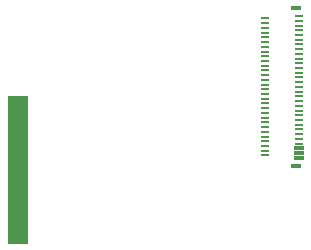
<source format=gts>
%TF.GenerationSoftware,KiCad,Pcbnew,9.0.3*%
%TF.CreationDate,2025-08-12T01:43:16+03:00*%
%TF.ProjectId,EVF_extender,4556465f-6578-4746-956e-6465722e6b69,rev?*%
%TF.SameCoordinates,Original*%
%TF.FileFunction,Soldermask,Top*%
%TF.FilePolarity,Negative*%
%FSLAX46Y46*%
G04 Gerber Fmt 4.6, Leading zero omitted, Abs format (unit mm)*
G04 Created by KiCad (PCBNEW 9.0.3) date 2025-08-12 01:43:16*
%MOMM*%
%LPD*%
G01*
G04 APERTURE LIST*
G04 Aperture macros list*
%AMRoundRect*
0 Rectangle with rounded corners*
0 $1 Rounding radius*
0 $2 $3 $4 $5 $6 $7 $8 $9 X,Y pos of 4 corners*
0 Add a 4 corners polygon primitive as box body*
4,1,4,$2,$3,$4,$5,$6,$7,$8,$9,$2,$3,0*
0 Add four circle primitives for the rounded corners*
1,1,$1+$1,$2,$3*
1,1,$1+$1,$4,$5*
1,1,$1+$1,$6,$7*
1,1,$1+$1,$8,$9*
0 Add four rect primitives between the rounded corners*
20,1,$1+$1,$2,$3,$4,$5,0*
20,1,$1+$1,$4,$5,$6,$7,0*
20,1,$1+$1,$6,$7,$8,$9,0*
20,1,$1+$1,$8,$9,$2,$3,0*%
%AMFreePoly0*
4,1,9,0.275000,0.040000,0.275000,-0.040000,0.230000,-0.090000,0.200000,-0.090000,-0.200000,-0.090000,-0.275000,-0.090000,-0.275000,0.090000,0.230000,0.090000,0.275000,0.040000,0.275000,0.040000,$1*%
%AMFreePoly1*
4,1,7,0.350000,-0.090000,-0.300000,-0.090000,-0.350000,-0.040000,-0.350000,0.040000,-0.300000,0.090000,0.350000,0.090000,0.350000,-0.090000,0.350000,-0.090000,$1*%
G04 Aperture macros list end*
%ADD10C,0.100000*%
%ADD11FreePoly0,0.000000*%
%ADD12FreePoly1,0.000000*%
%ADD13RoundRect,0.010000X0.400000X0.090000X-0.400000X0.090000X-0.400000X-0.090000X0.400000X-0.090000X0*%
%ADD14R,0.650000X0.180000*%
%ADD15R,0.800000X0.180000*%
%ADD16R,0.950000X0.400000*%
G04 APERTURE END LIST*
D10*
%TO.C,J4*%
X134010000Y-91250000D02*
X132370000Y-91250000D01*
X132370000Y-78750000D01*
X134010000Y-78750000D01*
X134010000Y-91250000D01*
G36*
X134010000Y-91250000D02*
G01*
X132370000Y-91250000D01*
X132370000Y-78750000D01*
X134010000Y-78750000D01*
X134010000Y-91250000D01*
G37*
%TD*%
D11*
%TO.C,J4*%
X132850000Y-79000000D03*
D12*
X133500000Y-79200000D03*
D11*
X132850000Y-79400000D03*
D12*
X133500000Y-79600000D03*
D11*
X132850000Y-79800000D03*
D12*
X133500000Y-80000000D03*
D11*
X132850000Y-80200000D03*
D12*
X133500000Y-80400000D03*
D11*
X132850000Y-80600000D03*
D12*
X133500000Y-80800000D03*
D11*
X132850000Y-81000000D03*
D12*
X133500000Y-81200000D03*
D11*
X132850000Y-81400000D03*
D12*
X133500000Y-81600000D03*
D11*
X132850000Y-81800000D03*
D12*
X133500000Y-82000000D03*
D11*
X132850000Y-82200000D03*
D12*
X133500000Y-82400000D03*
D11*
X132850000Y-82600000D03*
D12*
X133500000Y-82800000D03*
D11*
X132850000Y-83000000D03*
D12*
X133500000Y-83200000D03*
D11*
X132850000Y-83400000D03*
D12*
X133500000Y-83600000D03*
D11*
X132850000Y-83800000D03*
D12*
X133500000Y-84000000D03*
D11*
X132850000Y-84200000D03*
D12*
X133500000Y-84400000D03*
D11*
X132850000Y-84600000D03*
D12*
X133500000Y-84800000D03*
D11*
X132850000Y-85000000D03*
D12*
X133500000Y-85200000D03*
D11*
X132850000Y-85400000D03*
D12*
X133500000Y-85600000D03*
D11*
X132850000Y-85800000D03*
D12*
X133500000Y-86000000D03*
D11*
X132850000Y-86200000D03*
D12*
X133500000Y-86400000D03*
D11*
X132850000Y-86600000D03*
D12*
X133500000Y-86800000D03*
D11*
X132850000Y-87000000D03*
D12*
X133500000Y-87200000D03*
D11*
X132850000Y-87400000D03*
D12*
X133500000Y-87600000D03*
D11*
X132850000Y-87800000D03*
D12*
X133500000Y-88000000D03*
D11*
X132850000Y-88200000D03*
D12*
X133500000Y-88400000D03*
D11*
X132850000Y-88600000D03*
D12*
X133500000Y-88800000D03*
D11*
X132850000Y-89000000D03*
D12*
X133500000Y-89200000D03*
D11*
X132850000Y-89400000D03*
D12*
X133500000Y-89600000D03*
D11*
X132850000Y-89800000D03*
D12*
X133500000Y-90000000D03*
D11*
X132850000Y-90200000D03*
D12*
X133500000Y-90400000D03*
D11*
X132850000Y-90600000D03*
D12*
X133500000Y-90800000D03*
D11*
X132850000Y-91000000D03*
%TD*%
D13*
%TO.C,J3*%
X157010000Y-84000000D03*
D14*
X154135000Y-83800000D03*
D13*
X157010000Y-83600000D03*
D14*
X154135000Y-83400000D03*
D13*
X157010000Y-83200000D03*
D14*
X154135000Y-83000000D03*
D15*
X157010000Y-82800000D03*
D14*
X154135000Y-82600000D03*
D15*
X157010000Y-82400000D03*
D14*
X154135000Y-82200000D03*
D15*
X157010000Y-82000000D03*
D14*
X154135000Y-81800000D03*
D15*
X157010000Y-81600000D03*
D14*
X154135000Y-81400000D03*
D15*
X157010000Y-81200000D03*
D14*
X154135000Y-81000000D03*
D15*
X157010000Y-80800000D03*
D14*
X154135000Y-80600000D03*
D15*
X157010000Y-80400000D03*
D14*
X154135000Y-80200000D03*
D15*
X157010000Y-80000000D03*
D14*
X154135000Y-79800000D03*
D15*
X157010000Y-79600000D03*
D14*
X154135000Y-79400000D03*
D15*
X157010000Y-79200000D03*
D14*
X154135000Y-79000000D03*
D15*
X157010000Y-78800000D03*
D14*
X154135000Y-78600000D03*
D15*
X157010000Y-78400000D03*
D14*
X154135000Y-78200000D03*
D15*
X157010000Y-78000000D03*
D14*
X154135000Y-77800000D03*
D15*
X157010000Y-77600000D03*
D14*
X154135000Y-77400000D03*
D15*
X157010000Y-77200000D03*
D14*
X154135000Y-77000000D03*
D15*
X157010000Y-76800000D03*
D14*
X154135000Y-76600000D03*
D15*
X157010000Y-76400000D03*
D14*
X154135000Y-76200000D03*
D15*
X157010000Y-76000000D03*
D14*
X154135000Y-75800000D03*
D15*
X157010000Y-75600000D03*
D14*
X154135000Y-75400000D03*
D15*
X157010000Y-75200000D03*
D14*
X154135000Y-75000000D03*
D15*
X157010000Y-74800000D03*
D14*
X154135000Y-74600000D03*
D15*
X157010000Y-74400000D03*
D14*
X154135000Y-74200000D03*
D15*
X157010000Y-74000000D03*
D14*
X154135000Y-73800000D03*
D15*
X157010000Y-73600000D03*
D14*
X154135000Y-73400000D03*
D15*
X157010000Y-73200000D03*
D14*
X154135000Y-73000000D03*
D15*
X157010000Y-72800000D03*
D14*
X154135000Y-72600000D03*
D15*
X157010000Y-72400000D03*
D14*
X154135000Y-72200000D03*
D15*
X157010000Y-72000000D03*
D16*
X156735000Y-84700000D03*
X156735000Y-71300000D03*
%TD*%
M02*

</source>
